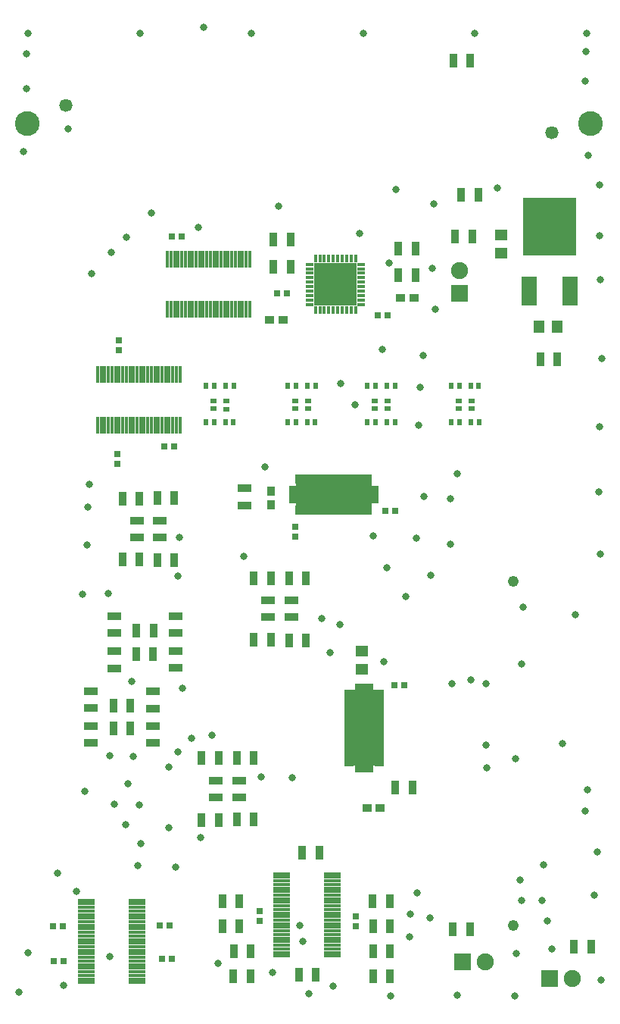
<source format=gts>
%TF.GenerationSoftware,KiCad,Pcbnew,4.0.6*%
%TF.CreationDate,2017-07-29T17:48:32+03:00*%
%TF.ProjectId,FMC_MIPI_v1,464D435F4D4950495F76312E6B696361,rev?*%
%TF.FileFunction,Soldermask,Top*%
%FSLAX46Y46*%
G04 Gerber Fmt 4.6, Leading zero omitted, Abs format (unit mm)*
G04 Created by KiCad (PCBNEW 4.0.6) date 07/29/17 17:48:32*
%MOMM*%
%LPD*%
G01*
G04 APERTURE LIST*
%ADD10C,0.100000*%
%ADD11C,0.800000*%
%ADD12C,1.218540*%
%ADD13R,0.600000X0.800000*%
%ADD14R,0.800000X0.600000*%
%ADD15R,0.900000X1.500000*%
%ADD16R,1.500000X0.900000*%
%ADD17R,0.428600X1.876400*%
%ADD18R,1.048360X0.499720*%
%ADD19R,0.499720X1.048360*%
%ADD20R,3.049780X8.548880*%
%ADD21C,0.708000*%
%ADD22R,0.454000X0.809600*%
%ADD23R,0.809600X0.454000*%
%ADD24R,4.797400X4.797400*%
%ADD25R,1.876400X0.428600*%
%ADD26R,1.200000X1.450000*%
%ADD27R,1.450000X1.200000*%
%ADD28R,1.000000X0.950000*%
%ADD29R,0.800000X0.700000*%
%ADD30R,0.700000X0.800000*%
%ADD31R,8.548880X3.049780*%
%ADD32R,0.950000X1.000000*%
%ADD33C,1.470000*%
%ADD34C,2.765400*%
%ADD35R,1.900000X1.900000*%
%ADD36O,1.900000X1.900000*%
%ADD37R,1.797660X3.199740*%
%ADD38R,5.998820X6.397600*%
G04 APERTURE END LIST*
D10*
D11*
X157480000Y-83185000D03*
X157607000Y-59486800D03*
X102946200Y-56413400D03*
X157530800Y-75920600D03*
X129565400Y-61569600D03*
X126339600Y-60960000D03*
X128828800Y-58420000D03*
X127457200Y-59105800D03*
X156235400Y-45567600D03*
X109321600Y-120675400D03*
X123139200Y-115087400D03*
X119684800Y-115011200D03*
X113258600Y-31318200D03*
X133426200Y-102133400D03*
X127381000Y-101117400D03*
X128524000Y-98044000D03*
X126441200Y-97332800D03*
X135839200Y-94869000D03*
X120116600Y-80391000D03*
X117729000Y-90373200D03*
X132232400Y-88087200D03*
X133705600Y-91668600D03*
X137896600Y-83718400D03*
X137083800Y-88392000D03*
X140868400Y-89027000D03*
X140868400Y-83972400D03*
X141655800Y-81127600D03*
X98069400Y-42646600D03*
X93091000Y-45135800D03*
X121640600Y-51257200D03*
X130708400Y-54305200D03*
X134035800Y-57581800D03*
X138811000Y-58216800D03*
X139166600Y-62763400D03*
X133197600Y-67259200D03*
X137769600Y-67970400D03*
X130225800Y-73482200D03*
X128600200Y-71043800D03*
X137287000Y-75717400D03*
X137490200Y-71501000D03*
X157607000Y-90170000D03*
X157759400Y-68300600D03*
X157505400Y-54584600D03*
X157556200Y-48869600D03*
X151663400Y-131089400D03*
X148793200Y-128828800D03*
X151130000Y-128828800D03*
X148640800Y-126542800D03*
X151257000Y-124841000D03*
X157276800Y-123444000D03*
X156184600Y-116459000D03*
X153390600Y-111328200D03*
X148971000Y-96062800D03*
X154838400Y-96926400D03*
X148818600Y-102438200D03*
X144805400Y-104571800D03*
X143129000Y-104216200D03*
X141046200Y-104597200D03*
X144907000Y-113969800D03*
X144856200Y-111429800D03*
X148158200Y-113004600D03*
X155956000Y-118821200D03*
X157708600Y-137693400D03*
X156972000Y-128193800D03*
X134137400Y-139471400D03*
X141605000Y-139446000D03*
X148031200Y-139496800D03*
X152196800Y-134239000D03*
X148183600Y-134772400D03*
X136271000Y-132867400D03*
X138607800Y-130759200D03*
X127711200Y-138353800D03*
X125044200Y-139268200D03*
X124002800Y-131648200D03*
X124383800Y-133400800D03*
X114884200Y-135890000D03*
X120954800Y-136829800D03*
X92608400Y-139065000D03*
X93573600Y-134670800D03*
X97561400Y-138277600D03*
X102768400Y-135102600D03*
X99009200Y-127838200D03*
X96875600Y-125780800D03*
X105918000Y-124891800D03*
X110159800Y-125069600D03*
X106248200Y-122504200D03*
X104571800Y-120370600D03*
X106019600Y-118135400D03*
X103251000Y-118110000D03*
X99999800Y-116636800D03*
X104775000Y-115747800D03*
X102743000Y-112623600D03*
X105410000Y-112725200D03*
X112953800Y-121793000D03*
X109397800Y-113893600D03*
X110413800Y-112191800D03*
X111861600Y-110744000D03*
X114198400Y-110363000D03*
X110921800Y-105079800D03*
X105232200Y-104368600D03*
X102616000Y-94564200D03*
X99745800Y-94640400D03*
X100228400Y-89077800D03*
X100279200Y-84886800D03*
X100507800Y-82346800D03*
X110413800Y-92557600D03*
X110515400Y-88239600D03*
X100761800Y-58826400D03*
X112674400Y-53619400D03*
X104648000Y-54762400D03*
X107391200Y-52044600D03*
X134797800Y-49428400D03*
X138963400Y-51028600D03*
X146126200Y-49276000D03*
X93421200Y-38125400D03*
X93421200Y-34239200D03*
X93649800Y-31927800D03*
X106131360Y-31927800D03*
X118612920Y-31927800D03*
X131094480Y-31927800D03*
X143576040Y-31927800D03*
X155930600Y-37338000D03*
X156006800Y-33985200D03*
X156057600Y-31927800D03*
X137160000Y-128016000D03*
X136347200Y-130327400D03*
X138658600Y-92506800D03*
D12*
X147884180Y-93137900D03*
X147884180Y-131613820D03*
D13*
X141851800Y-75412600D03*
X140951800Y-75412600D03*
D14*
X143205200Y-73906800D03*
X143205200Y-73006800D03*
D13*
X141851800Y-71340880D03*
X140951800Y-71340880D03*
D14*
X141757400Y-73906800D03*
X141757400Y-73006800D03*
D13*
X143110800Y-71340880D03*
X144010800Y-71340880D03*
X143136200Y-75412600D03*
X144036200Y-75412600D03*
X132479200Y-75412600D03*
X131579200Y-75412600D03*
X133738200Y-75412600D03*
X134638200Y-75412600D03*
D14*
X133832600Y-73906800D03*
X133832600Y-73006800D03*
D13*
X132453800Y-71340880D03*
X131553800Y-71340880D03*
X133738200Y-71348600D03*
X134638200Y-71348600D03*
D14*
X132359400Y-73906800D03*
X132359400Y-73006800D03*
D15*
X143088400Y-34975800D03*
X141188400Y-34975800D03*
X114935000Y-119811800D03*
X113035000Y-119811800D03*
X116967000Y-119786400D03*
X118867000Y-119786400D03*
D16*
X100634800Y-107340400D03*
X100634800Y-105440400D03*
X100660200Y-109321600D03*
X100660200Y-111221600D03*
X103225600Y-98958400D03*
X103225600Y-97058400D03*
X103225600Y-100990400D03*
X103225600Y-102890400D03*
D15*
X106070400Y-83921600D03*
X104170400Y-83921600D03*
X108051600Y-83896200D03*
X109951600Y-83896200D03*
X120777000Y-92811600D03*
X118877000Y-92811600D03*
X122783600Y-92811600D03*
X124683600Y-92811600D03*
D16*
X114630200Y-115407400D03*
X114630200Y-117307400D03*
X117271800Y-115407400D03*
X117271800Y-117307400D03*
D15*
X114935000Y-112877600D03*
X113035000Y-112877600D03*
X116956800Y-112877600D03*
X118856800Y-112877600D03*
X105054400Y-107031400D03*
X103154400Y-107031400D03*
X105054400Y-109626400D03*
X103154400Y-109626400D03*
D16*
X107619800Y-107365800D03*
X107619800Y-105465800D03*
X107594400Y-109347000D03*
X107594400Y-111247000D03*
D15*
X107645200Y-98653600D03*
X105745200Y-98653600D03*
X107619800Y-101269800D03*
X105719800Y-101269800D03*
D16*
X110159800Y-98958400D03*
X110159800Y-97058400D03*
X110134400Y-100965000D03*
X110134400Y-102865000D03*
X105791000Y-88290400D03*
X105791000Y-86390400D03*
X108356400Y-88265000D03*
X108356400Y-86365000D03*
D15*
X106070400Y-90754200D03*
X104170400Y-90754200D03*
X108051600Y-90779600D03*
X109951600Y-90779600D03*
D16*
X120472200Y-97155000D03*
X120472200Y-95255000D03*
X123088400Y-97155000D03*
X123088400Y-95255000D03*
D15*
X120777000Y-99720400D03*
X118877000Y-99720400D03*
X122800000Y-99745800D03*
X124700000Y-99745800D03*
D17*
X110594140Y-70104000D03*
X110192820Y-70104000D03*
X109794040Y-70104000D03*
X109392720Y-70104000D03*
X108993940Y-70104000D03*
X108592620Y-70104000D03*
X108193840Y-70104000D03*
X107792520Y-70104000D03*
X107393740Y-70104000D03*
X106992420Y-70104000D03*
X106593640Y-70104000D03*
X106192320Y-70104000D03*
X105796080Y-70104000D03*
X105394760Y-70104000D03*
X104995980Y-70104000D03*
X104594660Y-70104000D03*
X104195880Y-70104000D03*
X103794560Y-70104000D03*
X103395780Y-70104000D03*
X102994460Y-70104000D03*
X102595680Y-70104000D03*
X102194360Y-70104000D03*
X101795580Y-70104000D03*
X101394260Y-70104000D03*
X101394260Y-75742800D03*
X101795580Y-75742800D03*
X102194360Y-75742800D03*
X102595680Y-75742800D03*
X102994460Y-75742800D03*
X103395780Y-75742800D03*
X103794560Y-75742800D03*
X104195880Y-75742800D03*
X104594660Y-75742800D03*
X104995980Y-75742800D03*
X105394760Y-75742800D03*
X105796080Y-75742800D03*
X106192320Y-75742800D03*
X106593640Y-75742800D03*
X106992420Y-75742800D03*
X107393740Y-75742800D03*
X107792520Y-75742800D03*
X108193840Y-75742800D03*
X108592620Y-75742800D03*
X108993940Y-75742800D03*
X109392720Y-75742800D03*
X109794040Y-75742800D03*
X110192820Y-75742800D03*
X110594140Y-75742800D03*
D18*
X132925000Y-113549360D03*
X132925000Y-113048980D03*
X132925000Y-112551140D03*
X132925000Y-112050760D03*
X132925000Y-111550380D03*
X132925000Y-111050000D03*
X132925000Y-110549620D03*
X132925000Y-110049240D03*
X132925000Y-109551400D03*
X132925000Y-109053560D03*
X132925000Y-108553180D03*
X132925000Y-108052800D03*
X132925000Y-107552420D03*
X132925000Y-107052040D03*
X132925000Y-106551660D03*
X132925000Y-106053820D03*
X132925000Y-105553440D03*
D19*
X131949640Y-105078460D03*
X131449260Y-105078460D03*
X130951420Y-105078460D03*
X130451040Y-105078460D03*
D18*
X129475680Y-105553440D03*
X129475680Y-106053820D03*
X129475680Y-106551660D03*
X129475680Y-107052040D03*
X129475680Y-107552420D03*
X129475680Y-108052800D03*
X129475680Y-108553180D03*
X129475680Y-109053560D03*
X129475680Y-109551400D03*
X129475680Y-110049240D03*
X129475680Y-110549620D03*
X129475680Y-111050000D03*
X129475680Y-111550380D03*
X129475680Y-112050760D03*
X129475680Y-112551140D03*
X129475680Y-113048980D03*
X129475680Y-113549360D03*
D19*
X130451040Y-114024340D03*
X130951420Y-114024340D03*
X131449260Y-114024340D03*
X131949640Y-114024340D03*
D20*
X131200340Y-109551400D03*
D21*
X131606740Y-106401800D03*
X131606740Y-107189200D03*
X131606740Y-107976600D03*
X131606740Y-108764000D03*
X131606740Y-109551400D03*
X131606740Y-110338800D03*
X131606740Y-111126200D03*
X131606740Y-111913600D03*
X131606740Y-112701000D03*
X130793940Y-106401800D03*
X130793940Y-107189200D03*
X130793940Y-107976600D03*
X130793940Y-108764000D03*
X130793940Y-109551400D03*
X130793940Y-110338800D03*
X130793940Y-111126200D03*
X130793940Y-111913600D03*
X130793940Y-112701000D03*
D22*
X130247900Y-57104400D03*
X129747520Y-57104400D03*
X129249680Y-57104400D03*
X128749300Y-57104400D03*
X128248920Y-57104400D03*
X127751080Y-57104400D03*
X127250700Y-57104400D03*
X126750320Y-57104400D03*
X126252480Y-57104400D03*
X125752100Y-57104400D03*
D23*
X125104400Y-57752100D03*
X125104400Y-58252480D03*
X125104400Y-58750320D03*
X125104400Y-59250700D03*
X125104400Y-59751080D03*
X125104400Y-60248920D03*
X125104400Y-60749300D03*
X125104400Y-61249680D03*
X125104400Y-61747520D03*
X125104400Y-62247900D03*
D22*
X125752100Y-62895600D03*
X126252480Y-62895600D03*
X126750320Y-62895600D03*
X127250700Y-62895600D03*
X127751080Y-62895600D03*
X128248920Y-62895600D03*
X128749300Y-62895600D03*
X129249680Y-62895600D03*
X129747520Y-62895600D03*
X130247900Y-62895600D03*
D23*
X130895600Y-62247900D03*
X130895600Y-61747520D03*
X130895600Y-61249680D03*
X130895600Y-60749300D03*
X130895600Y-60248920D03*
X130895600Y-59751080D03*
X130895600Y-59250700D03*
X130895600Y-58750320D03*
X130895600Y-58252480D03*
X130895600Y-57752100D03*
D24*
X128000000Y-60000000D03*
D13*
X115704200Y-71340880D03*
X116604200Y-71340880D03*
X114419800Y-71340880D03*
X113519800Y-71340880D03*
D14*
X115773200Y-73932200D03*
X115773200Y-73032200D03*
X114325400Y-73906800D03*
X114325400Y-73006800D03*
D13*
X115678800Y-75412600D03*
X116578800Y-75412600D03*
X114419800Y-75412600D03*
X113519800Y-75412600D03*
X124848200Y-71340880D03*
X125748200Y-71340880D03*
X123563800Y-71340880D03*
X122663800Y-71340880D03*
D14*
X124917200Y-73906800D03*
X124917200Y-73006800D03*
X123469400Y-73906800D03*
X123469400Y-73006800D03*
D13*
X124822800Y-75387200D03*
X125722800Y-75387200D03*
X123589200Y-75412600D03*
X122689200Y-75412600D03*
D17*
X118399780Y-57180600D03*
X117998460Y-57180600D03*
X117599680Y-57180600D03*
X117198360Y-57180600D03*
X116799580Y-57180600D03*
X116398260Y-57180600D03*
X115999480Y-57180600D03*
X115598160Y-57180600D03*
X115199380Y-57180600D03*
X114798060Y-57180600D03*
X114399280Y-57180600D03*
X113997960Y-57180600D03*
X113601720Y-57180600D03*
X113200400Y-57180600D03*
X112801620Y-57180600D03*
X112400300Y-57180600D03*
X112001520Y-57180600D03*
X111600200Y-57180600D03*
X111201420Y-57180600D03*
X110800100Y-57180600D03*
X110401320Y-57180600D03*
X110000000Y-57180600D03*
X109601220Y-57180600D03*
X109199900Y-57180600D03*
X109199900Y-62819400D03*
X109601220Y-62819400D03*
X110000000Y-62819400D03*
X110401320Y-62819400D03*
X110800100Y-62819400D03*
X111201420Y-62819400D03*
X111600200Y-62819400D03*
X112001520Y-62819400D03*
X112400300Y-62819400D03*
X112801620Y-62819400D03*
X113200400Y-62819400D03*
X113601720Y-62819400D03*
X113997960Y-62819400D03*
X114399280Y-62819400D03*
X114798060Y-62819400D03*
X115199380Y-62819400D03*
X115598160Y-62819400D03*
X115999480Y-62819400D03*
X116398260Y-62819400D03*
X116799580Y-62819400D03*
X117198360Y-62819400D03*
X117599680Y-62819400D03*
X117998460Y-62819400D03*
X118399780Y-62819400D03*
D25*
X127650000Y-135025300D03*
X127650000Y-134623980D03*
X127650000Y-134225200D03*
X127650000Y-133823880D03*
X127650000Y-133425100D03*
X127650000Y-133023780D03*
X127650000Y-132625000D03*
X127650000Y-132223680D03*
X127650000Y-131824900D03*
X127650000Y-131423580D03*
X127650000Y-131024800D03*
X127650000Y-130623480D03*
X127650000Y-130227240D03*
X127650000Y-129825920D03*
X127650000Y-129427140D03*
X127650000Y-129025820D03*
X127650000Y-128627040D03*
X127650000Y-128225720D03*
X127650000Y-127826940D03*
X127650000Y-127425620D03*
X127650000Y-127026840D03*
X127650000Y-126625520D03*
X127650000Y-126226740D03*
X127650000Y-125825420D03*
X122011200Y-125825420D03*
X122011200Y-126226740D03*
X122011200Y-126625520D03*
X122011200Y-127026840D03*
X122011200Y-127425620D03*
X122011200Y-127826940D03*
X122011200Y-128225720D03*
X122011200Y-128627040D03*
X122011200Y-129025820D03*
X122011200Y-129427140D03*
X122011200Y-129825920D03*
X122011200Y-130227240D03*
X122011200Y-130623480D03*
X122011200Y-131024800D03*
X122011200Y-131423580D03*
X122011200Y-131824900D03*
X122011200Y-132223680D03*
X122011200Y-132625000D03*
X122011200Y-133023780D03*
X122011200Y-133425100D03*
X122011200Y-133823880D03*
X122011200Y-134225200D03*
X122011200Y-134623980D03*
X122011200Y-135025300D03*
D15*
X117256600Y-128879600D03*
X115356600Y-128879600D03*
X117231200Y-131673600D03*
X115331200Y-131673600D03*
X118501200Y-134493000D03*
X116601200Y-134493000D03*
X118475800Y-137287000D03*
X116575800Y-137287000D03*
X123891000Y-137099000D03*
X125791000Y-137099000D03*
X124272000Y-123510000D03*
X126172000Y-123510000D03*
X134096800Y-137287000D03*
X132196800Y-137287000D03*
X134086600Y-134493000D03*
X132186600Y-134493000D03*
X134086600Y-131673600D03*
X132186600Y-131673600D03*
X134071400Y-128879600D03*
X132171400Y-128879600D03*
X134686000Y-116205000D03*
X136586000Y-116205000D03*
D16*
X117830600Y-84693800D03*
X117830600Y-82793800D03*
D25*
X100126800Y-128790700D03*
X100126800Y-129192020D03*
X100126800Y-129590800D03*
X100126800Y-129992120D03*
X100126800Y-130390900D03*
X100126800Y-130792220D03*
X100126800Y-131191000D03*
X100126800Y-131592320D03*
X100126800Y-131991100D03*
X100126800Y-132392420D03*
X100126800Y-132791200D03*
X100126800Y-133192520D03*
X100126800Y-133588760D03*
X100126800Y-133990080D03*
X100126800Y-134388860D03*
X100126800Y-134790180D03*
X100126800Y-135188960D03*
X100126800Y-135590280D03*
X100126800Y-135989060D03*
X100126800Y-136390380D03*
X100126800Y-136789160D03*
X100126800Y-137190480D03*
X100126800Y-137589260D03*
X100126800Y-137990580D03*
X105765600Y-137990580D03*
X105765600Y-137589260D03*
X105765600Y-137190480D03*
X105765600Y-136789160D03*
X105765600Y-136390380D03*
X105765600Y-135989060D03*
X105765600Y-135590280D03*
X105765600Y-135188960D03*
X105765600Y-134790180D03*
X105765600Y-134388860D03*
X105765600Y-133990080D03*
X105765600Y-133588760D03*
X105765600Y-133192520D03*
X105765600Y-132791200D03*
X105765600Y-132392420D03*
X105765600Y-131991100D03*
X105765600Y-131592320D03*
X105765600Y-131191000D03*
X105765600Y-130792220D03*
X105765600Y-130390900D03*
X105765600Y-129992120D03*
X105765600Y-129590800D03*
X105765600Y-129192020D03*
X105765600Y-128790700D03*
D15*
X121050000Y-58000000D03*
X122950000Y-58000000D03*
X121050000Y-55000000D03*
X122950000Y-55000000D03*
X135050000Y-56000000D03*
X136950000Y-56000000D03*
X135050000Y-59000000D03*
X136950000Y-59000000D03*
X143950000Y-50000000D03*
X142050000Y-50000000D03*
D26*
X152800000Y-64700000D03*
X150800000Y-64700000D03*
D27*
X146550000Y-54499000D03*
X146550000Y-56499000D03*
D15*
X152825000Y-68350000D03*
X150925000Y-68350000D03*
X143012200Y-132003800D03*
X141112200Y-132003800D03*
X154665600Y-134010400D03*
X156565600Y-134010400D03*
D28*
X135250000Y-61500000D03*
X136750000Y-61500000D03*
X122136600Y-63931800D03*
X120636600Y-63931800D03*
D29*
X122550000Y-61000000D03*
X121450000Y-61000000D03*
X132700000Y-63500000D03*
X133800000Y-63500000D03*
D15*
X141391600Y-54660800D03*
X143291600Y-54660800D03*
D29*
X96436000Y-131724400D03*
X97536000Y-131724400D03*
D30*
X119532400Y-130006000D03*
X119532400Y-131106000D03*
D29*
X109465200Y-131597400D03*
X108365200Y-131597400D03*
D30*
X130251200Y-130564800D03*
X130251200Y-131664800D03*
D19*
X123789240Y-85211060D03*
X124289620Y-85211060D03*
X124787460Y-85211060D03*
X125287840Y-85211060D03*
X125788220Y-85211060D03*
X126288600Y-85211060D03*
X126788980Y-85211060D03*
X127289360Y-85211060D03*
X127787200Y-85211060D03*
X128285040Y-85211060D03*
X128785420Y-85211060D03*
X129285800Y-85211060D03*
X129786180Y-85211060D03*
X130286560Y-85211060D03*
X130786940Y-85211060D03*
X131284780Y-85211060D03*
X131785160Y-85211060D03*
D18*
X132260140Y-84235700D03*
X132260140Y-83735320D03*
X132260140Y-83237480D03*
X132260140Y-82737100D03*
D19*
X131785160Y-81761740D03*
X131284780Y-81761740D03*
X130786940Y-81761740D03*
X130286560Y-81761740D03*
X129786180Y-81761740D03*
X129285800Y-81761740D03*
X128785420Y-81761740D03*
X128285040Y-81761740D03*
X127787200Y-81761740D03*
X127289360Y-81761740D03*
X126788980Y-81761740D03*
X126288600Y-81761740D03*
X125788220Y-81761740D03*
X125287840Y-81761740D03*
X124787460Y-81761740D03*
X124289620Y-81761740D03*
X123789240Y-81761740D03*
D18*
X123314260Y-82737100D03*
X123314260Y-83237480D03*
X123314260Y-83735320D03*
X123314260Y-84235700D03*
D31*
X127787200Y-83486400D03*
D21*
X130936800Y-83892800D03*
X130149400Y-83892800D03*
X129362000Y-83892800D03*
X128574600Y-83892800D03*
X127787200Y-83892800D03*
X126999800Y-83892800D03*
X126212400Y-83892800D03*
X125425000Y-83892800D03*
X124637600Y-83892800D03*
X130936800Y-83080000D03*
X130149400Y-83080000D03*
X129362000Y-83080000D03*
X128574600Y-83080000D03*
X127787200Y-83080000D03*
X126999800Y-83080000D03*
X126212400Y-83080000D03*
X125425000Y-83080000D03*
X124637600Y-83080000D03*
D30*
X103784400Y-66252000D03*
X103784400Y-67352000D03*
X103606600Y-80077400D03*
X103606600Y-78977400D03*
D29*
X109660600Y-54686200D03*
X110760600Y-54686200D03*
D32*
X120802400Y-84620800D03*
X120802400Y-83120800D03*
D30*
X123494800Y-87054600D03*
X123494800Y-88154600D03*
D29*
X133587400Y-85267800D03*
X134687400Y-85267800D03*
D27*
X130962400Y-102955600D03*
X130962400Y-100955600D03*
D28*
X133007800Y-118516400D03*
X131507800Y-118516400D03*
D29*
X134603400Y-104800400D03*
X135703400Y-104800400D03*
D33*
X152190700Y-43048000D03*
X97809300Y-40000000D03*
D34*
X93509334Y-42006600D03*
X156508700Y-42006600D03*
D29*
X96478000Y-135585200D03*
X97578000Y-135585200D03*
X109668400Y-135305800D03*
X108568400Y-135305800D03*
X109922400Y-78079600D03*
X108822400Y-78079600D03*
D35*
X142189200Y-135712200D03*
D36*
X144729200Y-135712200D03*
D35*
X151942800Y-137541000D03*
D36*
X154482800Y-137541000D03*
D35*
X141909800Y-61036200D03*
D36*
X141909800Y-58496200D03*
D37*
X149671620Y-60743060D03*
D38*
X151950000Y-53565020D03*
D37*
X154228380Y-60743060D03*
M02*

</source>
